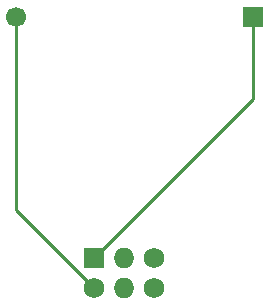
<source format=gtl>
%TF.GenerationSoftware,KiCad,Pcbnew,9.0.2*%
%TF.CreationDate,2025-05-22T21:49:02-05:00*%
%TF.ProjectId,SAO_Pin,53414f5f-5069-46e2-9e6b-696361645f70,1*%
%TF.SameCoordinates,Original*%
%TF.FileFunction,Copper,L1,Top*%
%TF.FilePolarity,Positive*%
%FSLAX46Y46*%
G04 Gerber Fmt 4.6, Leading zero omitted, Abs format (unit mm)*
G04 Created by KiCad (PCBNEW 9.0.2) date 2025-05-22 21:49:02*
%MOMM*%
%LPD*%
G01*
G04 APERTURE LIST*
%TA.AperFunction,ComponentPad*%
%ADD10R,1.700000X1.700000*%
%TD*%
%TA.AperFunction,ComponentPad*%
%ADD11C,1.700000*%
%TD*%
%TA.AperFunction,ComponentPad*%
%ADD12R,1.727200X1.727200*%
%TD*%
%TA.AperFunction,ComponentPad*%
%ADD13C,1.727200*%
%TD*%
%TA.AperFunction,ComponentPad*%
%ADD14O,1.727200X1.727200*%
%TD*%
%TA.AperFunction,Conductor*%
%ADD15C,0.250000*%
%TD*%
G04 APERTURE END LIST*
D10*
%TO.P,BT1,1,+*%
%TO.N,Net-(BT1-+)*%
X154305000Y-93980000D03*
D11*
%TO.P,BT1,2,-*%
%TO.N,GND*%
X134305000Y-93980000D03*
%TD*%
D12*
%TO.P,JSAO1,1,Pin_1*%
%TO.N,Net-(BT1-+)*%
X140880000Y-114320000D03*
D13*
%TO.P,JSAO1,2,Pin_2*%
%TO.N,GND*%
X140880000Y-116860000D03*
D14*
%TO.P,JSAO1,3,Pin_3*%
%TO.N,unconnected-(JSAO1-Pin_3-Pad3)*%
X143420000Y-114320000D03*
%TO.P,JSAO1,4,Pin_4*%
%TO.N,unconnected-(JSAO1-Pin_4-Pad4)*%
X143420000Y-116860000D03*
D13*
%TO.P,JSAO1,5,Pin_5*%
%TO.N,unconnected-(JSAO1-Pin_5-Pad5)*%
X145960000Y-114320000D03*
%TO.P,JSAO1,6,Pin_6*%
%TO.N,unconnected-(JSAO1-Pin_6-Pad6)*%
X145960000Y-116860000D03*
%TD*%
D15*
%TO.N,Net-(BT1-+)*%
X154305000Y-100895000D02*
X140880000Y-114320000D01*
X154305000Y-93980000D02*
X154305000Y-100895000D01*
%TO.N,GND*%
X134305000Y-93980000D02*
X134305000Y-110285000D01*
X134305000Y-110285000D02*
X140880000Y-116860000D01*
%TD*%
M02*

</source>
